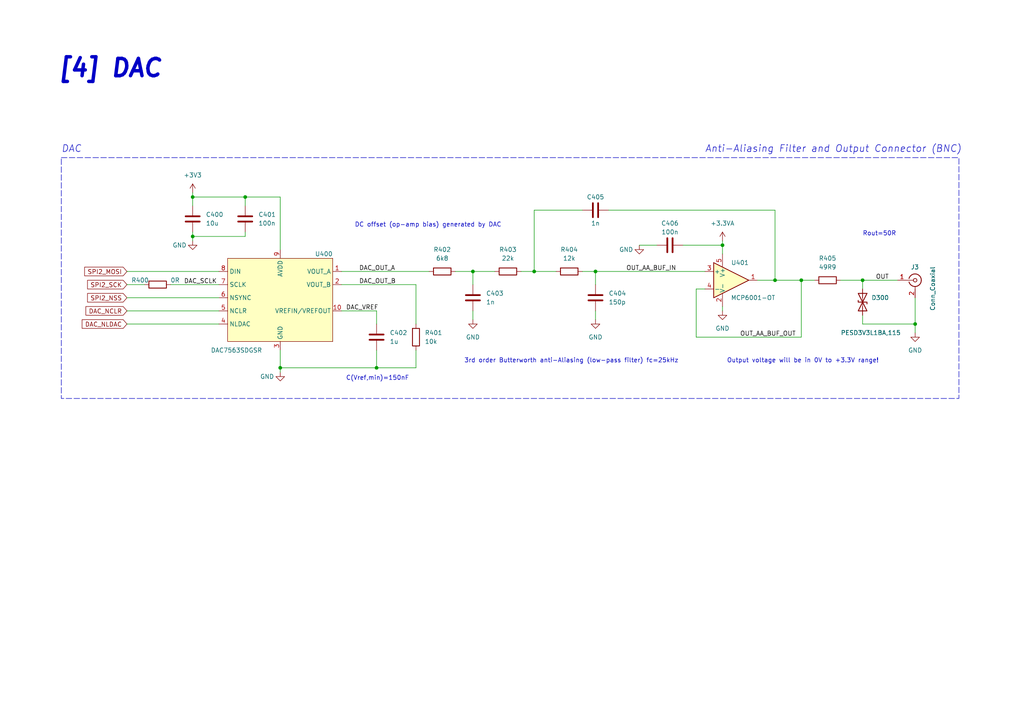
<source format=kicad_sch>
(kicad_sch (version 20230121) (generator eeschema)
  (paper "A4")
  (title_block (title "Mixed-Signal Demo PCB") (date "2023-12-27") (rev "0.1") (company "Mohamed Hambouta"))
  (lib_symbols
    (symbol "Amplifier_Operational:MCP6001-OT" (pin_names (offset 0.127))
      (property "Reference" "U" (at -1.27 6.35 0))
      (property "Value" "MCP6001-OT" (at -1.27 3.81 0))
      (symbol "MCP6001-OT_0_1"
        (polyline (pts (xy -5.08 5.08) (xy 5.08 0) (xy -5.08 -5.08) (xy -5.08 5.08)) (stroke (width 0.254)) (fill (type background)))
        (pin power_in line (at -2.54 -7.62 90) (length 3.81) (name "V-") (number "2"))
        (pin power_in line (at -2.54 7.62 270) (length 3.81) (name "V+") (number "5"))
      )
      (symbol "MCP6001-OT_1_1"
        (pin output line (at 7.62 0 180) (length 2.54) (name "~") (number "1"))
        (pin input line (at -7.62 2.54 0) (length 2.54) (name "+") (number "3"))
        (pin input line (at -7.62 -2.54 0) (length 2.54) (name "-") (number "4"))
      )
    )
    (symbol "Connector:Conn_Coaxial" (pin_names (offset 1.016) hide)
      (property "Reference" "J" (at 0.254 3.048 0))
      (property "Value" "Conn_Coaxial" (at 2.921 0 90))
      (symbol "Conn_Coaxial_0_1"
        (arc (start -1.778 -0.508) (mid 0.2311 -1.8066) (end 1.778 0) (stroke (width 0.254)))
        (polyline (pts (xy -2.54 0) (xy -0.508 0)))
        (polyline (pts (xy 0 -2.54) (xy 0 -1.778)))
        (circle (center 0 0) (radius 0.508) (stroke (width 0.2032)))
        (arc (start 1.778 0) (mid 0.2099 1.8101) (end -1.778 0.508) (stroke (width 0.254)))
      )
      (symbol "Conn_Coaxial_1_1"
        (pin passive line (at -5.08 0 0) (length 2.54) (name "In") (number "1"))
        (pin passive line (at 0 -5.08 90) (length 2.54) (name "Ext") (number "2"))
      )
    )
    (symbol "Device:C" (pin_numbers hide) (pin_names (offset 0.254))
      (property "Reference" "C" (at 0.635 2.54 0))
      (property "Value" "C" (at 0.635 -2.54 0))
      (symbol "C_0_1"
        (polyline (pts (xy -2.032 -0.762) (xy 2.032 -0.762)) (stroke (width 0.508)))
        (polyline (pts (xy -2.032 0.762) (xy 2.032 0.762)) (stroke (width 0.508)))
      )
      (symbol "C_1_1"
        (pin passive line (at 0 3.81 270) (length 2.794) (name "~") (number "1"))
        (pin passive line (at 0 -3.81 90) (length 2.794) (name "~") (number "2"))
      )
    )
    (symbol "Device:D_TVS" (pin_numbers hide) (pin_names (offset 1.016) hide)
      (property "Reference" "D" (at 0 2.54 0))
      (property "Value" "D_TVS" (at 0 -2.54 0))
      (symbol "D_TVS_0_1"
        (polyline (pts (xy 1.27 0) (xy -1.27 0)))
        (polyline (pts (xy 0.508 1.27) (xy 0 1.27) (xy 0 -1.27) (xy -0.508 -1.27)) (stroke (width 0.254)))
        (polyline (pts (xy -2.54 1.27) (xy -2.54 -1.27) (xy 2.54 1.27) (xy 2.54 -1.27) (xy -2.54 1.27)) (stroke (width 0.254)))
      )
      (symbol "D_TVS_1_1"
        (pin passive line (at -3.81 0 0) (length 2.54) (name "A1") (number "1"))
        (pin passive line (at 3.81 0 180) (length 2.54) (name "A2") (number "2"))
      )
    )
    (symbol "Device:R" (pin_numbers hide) (pin_names (offset 0))
      (property "Reference" "R" (at 2.032 0 90))
      (property "Value" "R" (at 0 0 90))
      (symbol "R_0_1"
        (rectangle (start -1.016 -2.54) (end 1.016 2.54) (stroke (width 0.254)))
      )
      (symbol "R_1_1"
        (pin passive line (at 0 3.81 270) (length 1.27) (name "~") (number "1"))
        (pin passive line (at 0 -3.81 90) (length 1.27) (name "~") (number "2"))
      )
    )
    (symbol "My_Symbols_KiCad7:DAC7563SDGSR"
      (property "Reference" "U" (at 12.7 12.7 0))
      (symbol "DAC7563SDGSR_0_0"
        (pin output line (at -17.78 7.62 0) (length 2.54) (name "VOUT_A") (number "1"))
        (pin bidirectional line (at -17.78 -3.81 0) (length 2.54) (name "VREFIN/VREFOUT") (number "10"))
        (pin output line (at -17.78 3.81 0) (length 2.54) (name "VOUT_B") (number "2"))
        (pin power_in line (at 0 -15.24 90) (length 2.54) (name "GND") (number "3"))
        (pin input line (at 17.78 -7.62 180) (length 2.54) (name "NLDAC") (number "4"))
        (pin input line (at 17.78 -3.81 180) (length 2.54) (name "NCLR") (number "5"))
        (pin input line (at 17.78 0 180) (length 2.54) (name "NSYNC") (number "6"))
        (pin input line (at 17.78 3.81 180) (length 2.54) (name "SCLK") (number "7"))
        (pin input line (at 17.78 7.62 180) (length 2.54) (name "DIN") (number "8"))
        (pin power_in line (at 0 13.97 270) (length 2.54) (name "AVDD") (number "9"))
      )
      (symbol "DAC7563SDGSR_1_1"
        (rectangle (start -15.24 11.43) (end 15.24 -12.7) (fill (type background)))
      )
    )
    (symbol "power:+3.3VA" (power) (pin_names (offset 0))
      (property "Value" "+3.3VA" (at 0 3.556 0))
      (symbol "+3.3VA_0_1"
        (polyline (pts (xy -0.762 1.27) (xy 0 2.54)))
        (polyline (pts (xy 0 0) (xy 0 2.54)))
        (polyline (pts (xy 0 2.54) (xy 0.762 1.27)))
      )
      (symbol "+3.3VA_1_1"
        (pin power_in line (at 0 0 90) (length 0) hide (name "+3.3VA") (number "1"))
      )
    )
    (symbol "power:+3V3" (power) (pin_names (offset 0))
      (property "Value" "+3V3" (at 0 3.556 0))
      (symbol "+3V3_0_1"
        (polyline (pts (xy -0.762 1.27) (xy 0 2.54)))
        (polyline (pts (xy 0 0) (xy 0 2.54)))
        (polyline (pts (xy 0 2.54) (xy 0.762 1.27)))
      )
      (symbol "+3V3_1_1"
        (pin power_in line (at 0 0 90) (length 0) hide (name "+3V3") (number "1"))
      )
    )
    (symbol "power:GND" (power) (pin_names (offset 0))
      (property "Value" "GND" (at 0 -3.81 0))
      (symbol "GND_0_1"
        (polyline (pts (xy 0 0) (xy 0 -1.27) (xy 1.27 -1.27) (xy 0 -2.54) (xy -1.27 -1.27) (xy 0 -1.27)))
      )
      (symbol "GND_1_1"
        (pin power_in line (at 0 0 270) (length 0) hide (name "GND") (number "1"))
      )
    )
  )
  (junction (at 137.16 78.74))
  (junction (at 55.88 68.58))
  (junction (at 109.22 106.68))
  (junction (at 154.94 78.74))
  (junction (at 81.28 106.68))
  (junction (at 172.72 78.74))
  (junction (at 250.19 81.28))
  (junction (at 71.12 57.15))
  (junction (at 55.88 57.15))
  (junction (at 265.43 93.98))
  (junction (at 232.41 81.28))
  (junction (at 224.79 81.28))
  (junction (at 209.55 71.12))
  (wire (pts (xy 224.79 81.28) (xy 232.41 81.28)))
  (wire (pts (xy 71.12 67.31) (xy 71.12 68.58)))
  (wire (pts (xy 71.12 57.15) (xy 71.12 59.69)))
  (wire (pts (xy 71.12 57.15) (xy 81.28 57.15)))
  (wire (pts (xy 265.43 96.52) (xy 265.43 93.98)))
  (wire (pts (xy 36.83 90.17) (xy 63.5 90.17)))
  (wire (pts (xy 120.65 82.55) (xy 120.65 93.98)))
  (wire (pts (xy 154.94 60.96) (xy 168.91 60.96)))
  (wire (pts (xy 36.83 86.36) (xy 63.5 86.36)))
  (wire (pts (xy 250.19 93.98) (xy 250.19 91.44)))
  (wire (pts (xy 265.43 93.98) (xy 265.43 86.36)))
  (wire (pts (xy 172.72 90.17) (xy 172.72 92.71)))
  (wire (pts (xy 71.12 68.58) (xy 55.88 68.58)))
  (wire (pts (xy 36.83 93.98) (xy 63.5 93.98)))
  (wire (pts (xy 201.93 97.79) (xy 232.41 97.79)))
  (wire (pts (xy 81.28 106.68) (xy 109.22 106.68)))
  (wire (pts (xy 55.88 55.88) (xy 55.88 57.15)))
  (wire (pts (xy 201.93 83.82) (xy 201.93 97.79)))
  (wire (pts (xy 81.28 101.6) (xy 81.28 106.68)))
  (wire (pts (xy 209.55 69.85) (xy 209.55 71.12)))
  (wire (pts (xy 132.08 78.74) (xy 137.16 78.74)))
  (wire (pts (xy 120.65 106.68) (xy 109.22 106.68)))
  (wire (pts (xy 137.16 90.17) (xy 137.16 92.71)))
  (wire (pts (xy 109.22 106.68) (xy 109.22 101.6)))
  (wire (pts (xy 154.94 78.74) (xy 161.29 78.74)))
  (wire (pts (xy 36.83 78.74) (xy 63.5 78.74)))
  (wire (pts (xy 137.16 78.74) (xy 137.16 82.55)))
  (wire (pts (xy 209.55 88.9) (xy 209.55 90.17)))
  (wire (pts (xy 49.53 82.55) (xy 63.5 82.55)))
  (wire (pts (xy 99.06 78.74) (xy 124.46 78.74)))
  (wire (pts (xy 151.13 78.74) (xy 154.94 78.74)))
  (wire (pts (xy 120.65 101.6) (xy 120.65 106.68)))
  (wire (pts (xy 219.71 81.28) (xy 224.79 81.28)))
  (wire (pts (xy 55.88 68.58) (xy 55.88 69.85)))
  (wire (pts (xy 232.41 97.79) (xy 232.41 81.28)))
  (wire (pts (xy 109.22 90.17) (xy 99.06 90.17)))
  (wire (pts (xy 243.84 81.28) (xy 250.19 81.28)))
  (wire (pts (xy 201.93 83.82) (xy 204.47 83.82)))
  (wire (pts (xy 209.55 71.12) (xy 209.55 73.66)))
  (wire (pts (xy 154.94 78.74) (xy 154.94 60.96)))
  (wire (pts (xy 55.88 67.31) (xy 55.88 68.58)))
  (wire (pts (xy 81.28 57.15) (xy 81.28 72.39)))
  (wire (pts (xy 198.12 71.12) (xy 209.55 71.12)))
  (wire (pts (xy 137.16 78.74) (xy 143.51 78.74)))
  (wire (pts (xy 172.72 78.74) (xy 168.91 78.74)))
  (wire (pts (xy 36.83 82.55) (xy 41.91 82.55)))
  (wire (pts (xy 172.72 78.74) (xy 204.47 78.74)))
  (wire (pts (xy 176.53 60.96) (xy 224.79 60.96)))
  (wire (pts (xy 250.19 81.28) (xy 250.19 83.82)))
  (wire (pts (xy 55.88 57.15) (xy 71.12 57.15)))
  (wire (pts (xy 224.79 60.96) (xy 224.79 81.28)))
  (wire (pts (xy 109.22 93.98) (xy 109.22 90.17)))
  (wire (pts (xy 185.42 71.12) (xy 190.5 71.12)))
  (wire (pts (xy 265.43 93.98) (xy 250.19 93.98)))
  (wire (pts (xy 81.28 106.68) (xy 81.28 107.95)))
  (wire (pts (xy 172.72 82.55) (xy 172.72 78.74)))
  (wire (pts (xy 232.41 81.28) (xy 236.22 81.28)))
  (wire (pts (xy 250.19 81.28) (xy 260.35 81.28)))
  (wire (pts (xy 55.88 57.15) (xy 55.88 59.69)))
  (wire (pts (xy 99.06 82.55) (xy 120.65 82.55)))
  (rectangle (start 17.78 45.72) (end 278.13 115.57) (stroke (width 0) (type dash)))
  (text "Output voltage will be in 0V to +3.3V range!" (at 210.82 105.41 0) (effects (font (size 1.27 1.27)) (justify left bottom)))
  (text "Anti-Aliasing Filter and Output Connector (BNC)" (at 204.47 44.45 0) (effects (font (size 2 2) italic) (justify left bottom)))
  (text "3rd order Butterworth anti-Aliasing (low-pass filter) fc=25kHz" (at 134.62 105.41 0) (effects (font (size 1.27 1.27)) (justify left bottom)))
  (text "DAC" (at 17.78 44.45 0) (effects (font (size 2 2) italic) (justify left bottom)))
  (text "C(Vref,min)=150nF" (at 100.33 110.49 0) (effects (font (size 1.27 1.27)) (justify left bottom)))
  (text "DC offset (op-amp bias) generated by DAC" (at 102.87 66.04 0) (effects (font (size 1.27 1.27)) (justify left bottom)))
  (text "[4] DAC" (at 16.51 22.86 0) (effects (font (size 5 5) (thickness 1) bold italic) (justify left bottom)))
  (text "Rout=50R" (at 250.19 68.58 0) (effects (font (size 1.27 1.27)) (justify left bottom)))
  (label "OUT" (at 254 81.28 0))
  (label "OUT_AA_BUF_OUT" (at 214.63 97.79 0))
  (label "DAC_OUT_A" (at 104.14 78.74 0))
  (label "OUT_AA_BUF_IN" (at 181.61 78.74 0))
  (label "DAC_VREF" (at 100.33 90.17 0))
  (label "DAC_OUT_B" (at 104.14 82.55 0))
  (label "DAC_SCLK" (at 53.34 82.55 0))
  (global_label "SPI2_SCK" (shape input) (at 36.83 82.55 180) (property "Intersheetrefs" "${INTERSHEET_REFS}" (effects hide)))
  (global_label "DAC_NCLR" (shape input) (at 36.83 90.17 180) (property "Intersheetrefs" "${INTERSHEET_REFS}" (effects hide)))
  (global_label "SPI2_MOSI" (shape input) (at 36.83 78.74 180) (property "Intersheetrefs" "${INTERSHEET_REFS}" (effects hide)))
  (global_label "SPI2_NSS" (shape input) (at 36.83 86.36 180) (property "Intersheetrefs" "${INTERSHEET_REFS}" (effects hide)))
  (global_label "DAC_NLDAC" (shape input) (at 36.83 93.98 180) (property "Intersheetrefs" "${INTERSHEET_REFS}" (effects hide)))
  (symbol (lib_id "Device:C") (at 172.72 60.96 90) (unit 1)
    (property "Reference" "C405" (at 172.72 57.15 90))
    (property "Value" "1n" (at 172.72 64.77 90))
    (property "Footprint" "Capacitor_SMD:C_0402_1005Metric" (effects hide))
  )
  (symbol (lib_id "Connector:Conn_Coaxial") (at 265.43 81.28 0) (unit 1)
    (property "Reference" "J3" (at 264.16 77.47 0) (effects (justify left)))
    (property "Value" "Conn_Coaxial" (at 270.51 90.17 90) (effects (justify left)))
    (property "Footprint" "My_Footprints_KiCad7:AMPHENOL-BNC-031-5640-1010" (effects hide))
    (property "Datasheet" " ~" (effects hide))
    (instances (project "mixed_signal_hw" (path "" (reference "J3") (unit 1)) (path "" (reference "J400") (unit 1))))
  )
  (symbol (lib_id "My_Symbols_KiCad7:DAC7563SDGSR") (at 81.28 86.36 0) (mirror y) (unit 1)
    (property "Reference" "U400" (at 96.52 73.66 0) (effects (justify left)))
    (property "Value" "DAC7563SDGSR" (at 68.58 101.6 0))
    (property "Footprint" "My_Footprints_KiCad7:VSSOP-10" (effects hide))
  )
  (symbol (lib_id "Device:R") (at 147.32 78.74 90) (unit 1)
    (property "Reference" "R403" (at 147.32 72.39 90))
    (property "Value" "22k" (at 147.32 74.93 90))
    (property "Footprint" "Resistor_SMD:R_0402_1005Metric" (effects hide))
  )
  (symbol (lib_id "Device:C") (at 109.22 97.79 0) (unit 1)
    (property "Reference" "C402" (at 113.03 96.52 0) (effects (justify left)))
    (property "Value" "1u" (at 113.03 99.06 0) (effects (justify left)))
    (property "Footprint" "Capacitor_SMD:C_0603_1608Metric" (effects hide))
  )
  (symbol (lib_id "Device:C") (at 55.88 63.5 0) (unit 1)
    (property "Reference" "C400" (at 59.69 62.23 0) (effects (justify left)))
    (property "Value" "10u" (at 59.69 64.77 0) (effects (justify left)))
    (property "Footprint" "Capacitor_SMD:C_0603_1608Metric" (effects hide))
  )
  (symbol (lib_id "power:GND") (at 172.72 92.71 0) (unit 1)
    (property "Reference" "#PWR0404" (effects hide))
    (property "Value" "GND" (at 172.72 97.79 0))
  )
  (symbol (lib_id "power:GND") (at 185.42 71.12 0) (unit 1)
    (property "Reference" "#PWR0405" (effects hide))
    (property "Value" "GND" (at 181.61 72.39 0))
  )
  (symbol (lib_id "power:GND") (at 265.43 96.52 0) (unit 1)
    (property "Reference" "#PWR0408" (effects hide))
    (property "Value" "GND" (at 265.43 101.6 0))
  )
  (symbol (lib_id "Device:R") (at 128.27 78.74 90) (unit 1)
    (property "Reference" "R402" (at 128.27 72.39 90))
    (property "Value" "6k8" (at 128.27 74.93 90))
    (property "Footprint" "Resistor_SMD:R_0402_1005Metric" (effects hide))
  )
  (symbol (lib_id "Device:R") (at 240.03 81.28 90) (unit 1)
    (property "Reference" "R405" (at 240.03 74.93 90))
    (property "Value" "49R9" (at 240.03 77.47 90))
    (property "Footprint" "Resistor_SMD:R_0402_1005Metric" (effects hide))
  )
  (symbol (lib_id "Device:C") (at 194.31 71.12 90) (unit 1)
    (property "Reference" "C406" (at 194.31 64.77 90))
    (property "Value" "100n" (at 194.31 67.31 90))
    (property "Footprint" "Capacitor_SMD:C_0402_1005Metric" (effects hide))
  )
  (symbol (lib_id "power:+3.3VA") (at 209.55 69.85 0) (unit 1)
    (property "Reference" "#PWR0406" (effects hide))
    (property "Value" "+3.3VA" (at 209.55 64.77 0))
  )
  (symbol (lib_id "Device:C") (at 71.12 63.5 0) (unit 1)
    (property "Reference" "C401" (at 74.93 62.23 0) (effects (justify left)))
    (property "Value" "100n" (at 74.93 64.77 0) (effects (justify left)))
    (property "Footprint" "Capacitor_SMD:C_0402_1005Metric" (effects hide))
  )
  (symbol (lib_id "Device:D_TVS") (at 250.19 87.63 270) (unit 1)
    (property "Reference" "D300" (at 252.73 86.36 90) (effects (justify left)))
    (property "Value" "PESD3V3L1BA,115" (at 243.84 96.52 90) (effects (justify left)))
    (property "Footprint" "Diode_SMD:D_SOD-323" (effects hide))
    (instances (project "ADC" (path "" (reference "D300") (unit 1))) (project "mixed_signal_hw" (path "" (reference "D400") (unit 1))))
  )
  (symbol (lib_id "power:+3V3") (at 55.88 55.88 0) (unit 1)
    (property "Reference" "#PWR0400" (effects hide))
    (property "Value" "+3V3" (at 55.88 50.8 0))
  )
  (symbol (lib_id "power:GND") (at 209.55 90.17 0) (unit 1)
    (property "Reference" "#PWR0407" (effects hide))
    (property "Value" "GND" (at 209.55 95.25 0))
  )
  (symbol (lib_id "Device:C") (at 172.72 86.36 0) (unit 1)
    (property "Reference" "C404" (at 176.53 85.09 0) (effects (justify left)))
    (property "Value" "150p" (at 176.53 87.63 0) (effects (justify left)))
    (property "Footprint" "Capacitor_SMD:C_0402_1005Metric" (effects hide))
  )
  (symbol (lib_id "power:GND") (at 137.16 92.71 0) (unit 1)
    (property "Reference" "#PWR0403" (effects hide))
    (property "Value" "GND" (at 137.16 97.79 0))
  )
  (symbol (lib_id "Device:C") (at 137.16 86.36 0) (unit 1)
    (property "Reference" "C403" (at 140.97 85.09 0) (effects (justify left)))
    (property "Value" "1n" (at 140.97 87.63 0) (effects (justify left)))
    (property "Footprint" "Capacitor_SMD:C_0402_1005Metric" (effects hide))
  )
  (symbol (lib_id "Device:R") (at 120.65 97.79 0) (unit 1)
    (property "Reference" "R401" (at 123.19 96.52 0) (effects (justify left)))
    (property "Value" "10k" (at 123.19 99.06 0) (effects (justify left)))
    (property "Footprint" "Resistor_SMD:R_0402_1005Metric" (effects hide))
  )
  (symbol (lib_id "Device:R") (at 165.1 78.74 90) (unit 1)
    (property "Reference" "R404" (at 165.1 72.39 90))
    (property "Value" "12k" (at 165.1 74.93 90))
    (property "Footprint" "Resistor_SMD:R_0402_1005Metric" (effects hide))
  )
  (symbol (lib_id "power:GND") (at 55.88 69.85 0) (unit 1)
    (property "Reference" "#PWR0401" (effects hide))
    (property "Value" "GND" (at 52.07 71.12 0))
  )
  (symbol (lib_id "Amplifier_Operational:MCP6001-OT") (at 212.09 81.28 0) (unit 1)
    (property "Reference" "U401" (at 214.63 76.2 0))
    (property "Value" "MCP6001-OT" (at 218.44 86.36 0))
    (property "Footprint" "Package_TO_SOT_SMD:SOT-23-5" (effects hide))
    (property "Datasheet" "http://ww1.microchip.com/downloads/en/DeviceDoc/21733j.pdf" (effects hide))
  )
  (symbol (lib_id "power:GND") (at 81.28 107.95 0) (unit 1)
    (property "Reference" "#PWR0402" (effects hide))
    (property "Value" "GND" (at 77.47 109.22 0))
  )
  (symbol (lib_id "Device:R") (at 45.72 82.55 90) (unit 1)
    (property "Reference" "R400" (at 40.64 81.28 90))
    (property "Value" "0R" (at 50.8 81.28 90))
    (property "Footprint" "Resistor_SMD:R_0402_1005Metric" (effects hide))
  )
)
</source>
